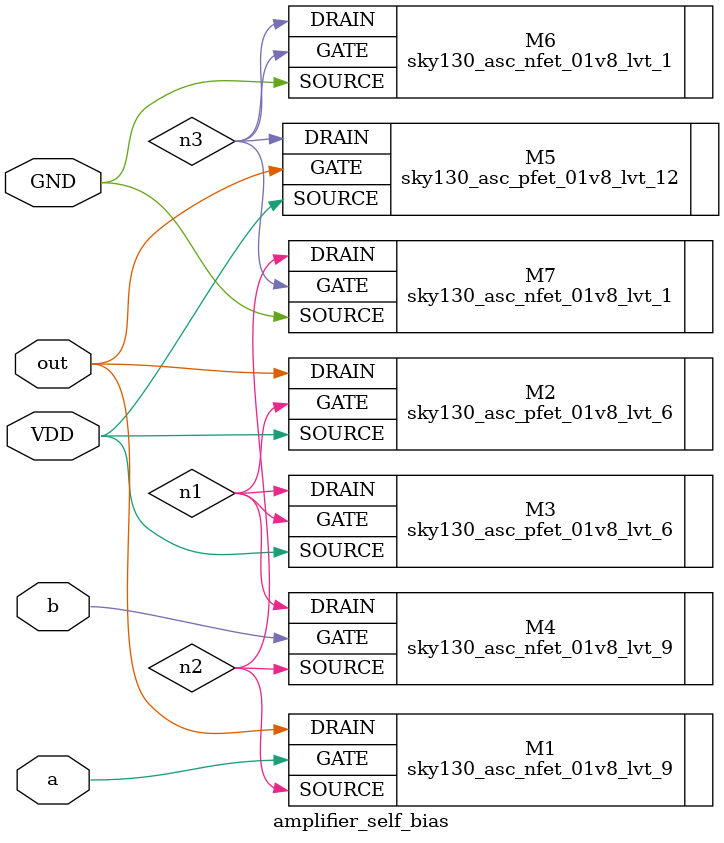
<source format=v>
module amplifier_self_bias (
    inout a,
    inout b,
    inout out,
    inout GND,
    inout VDD
 );
    wire n1, n2, n3;
    sky130_asc_pfet_01v8_lvt_6 M3 (
        .GATE(n1),
        .SOURCE(VDD),
        .DRAIN(n1)
     );
    sky130_asc_pfet_01v8_lvt_6 M2 (
        .GATE(n1),
        .SOURCE(VDD),
        .DRAIN(out)
    );
    sky130_asc_nfet_01v8_lvt_9 M4 (
        .GATE(b),
        .SOURCE(n2),
        .DRAIN(n1)
    );
    sky130_asc_nfet_01v8_lvt_9 M1 (
        .GATE(a),
        .SOURCE(n2),
        .DRAIN(out)
    );
    sky130_asc_nfet_01v8_lvt_1 M7 (
        .GATE(n3),
        .SOURCE(GND),
        .DRAIN(n2)
    );
    sky130_asc_nfet_01v8_lvt_1 M6 (
        .GATE(n3),
        .SOURCE(GND),
        .DRAIN(n3)
    );
    sky130_asc_pfet_01v8_lvt_12 M5 (
        .GATE(out),
        .SOURCE(VDD),
        .DRAIN(n3)
    );
endmodule

</source>
